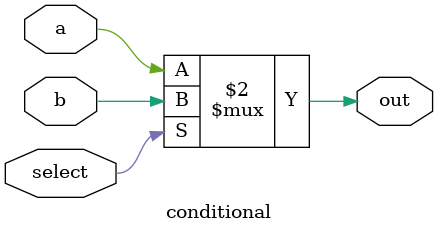
<source format=v>
`timescale 1ns / 1ps


module conditional(
    input a,
    input b,
    input select,
    output out
    );
    
    assign out = select == 1'b0 ? a : b;
     
endmodule

</source>
